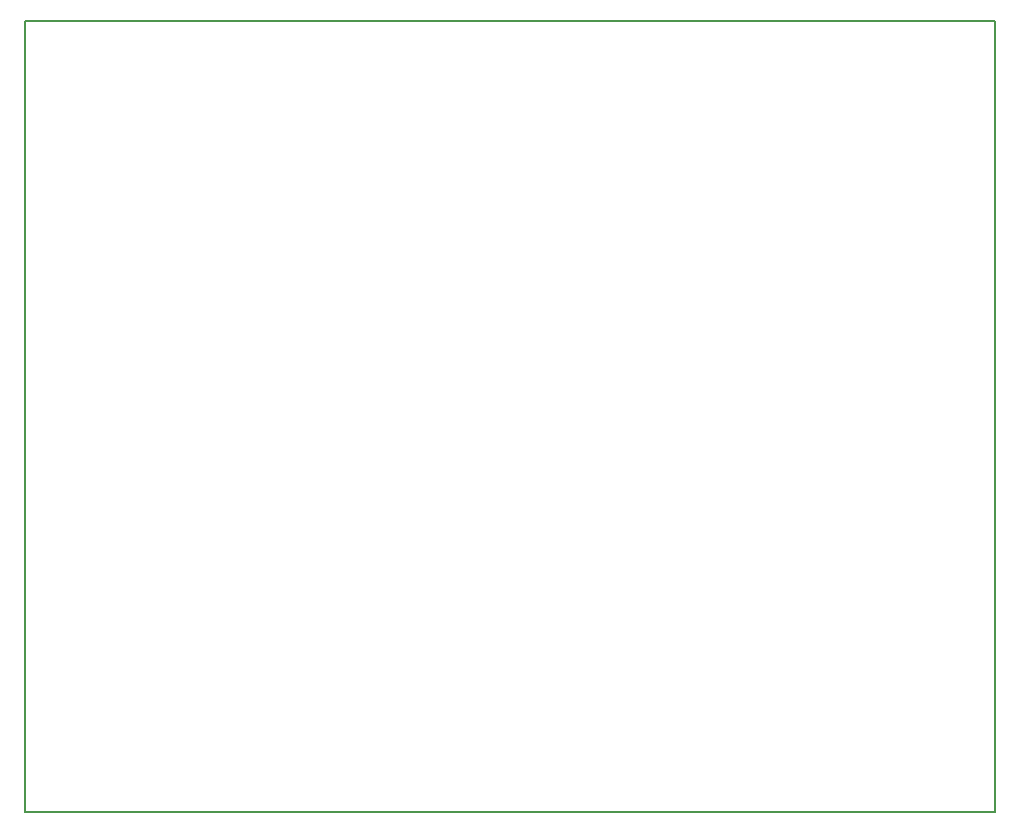
<source format=gm1>
G04 #@! TF.GenerationSoftware,KiCad,Pcbnew,(5.1.10)-1*
G04 #@! TF.CreationDate,2021-11-02T10:29:17+02:00*
G04 #@! TF.ProjectId,Jetson_camera_interposer,4a657473-6f6e-45f6-9361-6d6572615f69,rev?*
G04 #@! TF.SameCoordinates,Original*
G04 #@! TF.FileFunction,Profile,NP*
%FSLAX46Y46*%
G04 Gerber Fmt 4.6, Leading zero omitted, Abs format (unit mm)*
G04 Created by KiCad (PCBNEW (5.1.10)-1) date 2021-11-02 10:29:17*
%MOMM*%
%LPD*%
G01*
G04 APERTURE LIST*
G04 #@! TA.AperFunction,Profile*
%ADD10C,0.150000*%
G04 #@! TD*
G04 APERTURE END LIST*
D10*
X171020000Y-66000000D02*
X88900000Y-66000000D01*
X171020000Y-133000000D02*
X171020000Y-66000000D01*
X88900000Y-133000000D02*
X171020000Y-133000000D01*
X88900000Y-66000000D02*
X88900000Y-133000000D01*
M02*

</source>
